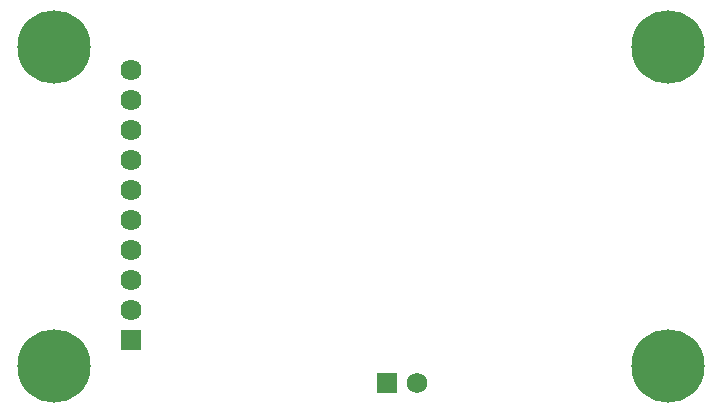
<source format=gbs>
G04*
G04 #@! TF.GenerationSoftware,Altium Limited,Altium Designer,20.1.8 (145)*
G04*
G04 Layer_Color=16711935*
%FSLAX44Y44*%
%MOMM*%
G71*
G04*
G04 #@! TF.SameCoordinates,C9CF11F6-8CB7-4B33-927B-0983859D9422*
G04*
G04*
G04 #@! TF.FilePolarity,Negative*
G04*
G01*
G75*
%ADD54C,1.7532*%
%ADD55R,1.7532X1.7532*%
%ADD56C,6.2032*%
%ADD57R,1.7932X1.7932*%
%ADD58C,1.7932*%
%ADD70C,0.9532*%
D54*
X347726Y25531D02*
D03*
D55*
X322326D02*
D03*
D56*
X40000Y40000D02*
D03*
Y310000D02*
D03*
X560000Y40000D02*
D03*
Y310000D02*
D03*
D57*
X105000Y61651D02*
D03*
D58*
Y87051D02*
D03*
Y112451D02*
D03*
Y137851D02*
D03*
Y163251D02*
D03*
Y188651D02*
D03*
Y214051D02*
D03*
Y239451D02*
D03*
Y264851D02*
D03*
Y290251D02*
D03*
D70*
X40000Y62500D02*
D03*
X62500Y40000D02*
D03*
X40000Y17500D02*
D03*
X17500Y40000D02*
D03*
X56000Y24000D02*
D03*
X24000Y56000D02*
D03*
Y24000D02*
D03*
X56000Y56000D02*
D03*
Y326000D02*
D03*
X24000Y294000D02*
D03*
Y326000D02*
D03*
X56000Y294000D02*
D03*
X17500Y310000D02*
D03*
X40000Y287500D02*
D03*
X62500Y310000D02*
D03*
X40000Y332500D02*
D03*
X560000Y62500D02*
D03*
X582500Y40000D02*
D03*
X560000Y17500D02*
D03*
X537500Y40000D02*
D03*
X576000Y24000D02*
D03*
X544000Y56000D02*
D03*
Y24000D02*
D03*
X576000Y56000D02*
D03*
Y326000D02*
D03*
X544000Y294000D02*
D03*
Y326000D02*
D03*
X576000Y294000D02*
D03*
X537500Y310000D02*
D03*
X560000Y287500D02*
D03*
X582500Y310000D02*
D03*
X560000Y332500D02*
D03*
M02*

</source>
